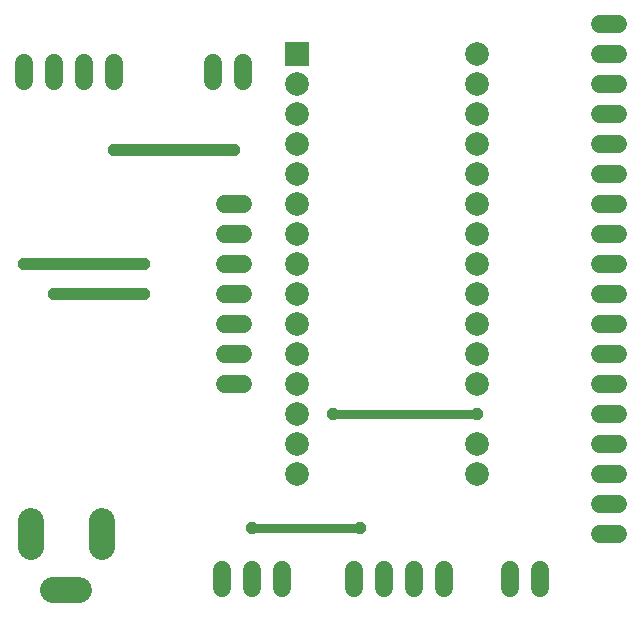
<source format=gbr>
G04 EAGLE Gerber RS-274X export*
G75*
%MOMM*%
%FSLAX34Y34*%
%LPD*%
%INTop Copper*%
%IPPOS*%
%AMOC8*
5,1,8,0,0,1.08239X$1,22.5*%
G01*
%ADD10R,2.000000X2.000000*%
%ADD11C,2.000000*%
%ADD12C,2.184400*%
%ADD13C,1.524000*%
%ADD14P,1.082390X8X22.500000*%
%ADD15C,0.800000*%
%ADD16C,1.000000*%


D10*
X254000Y477520D03*
D11*
X254000Y452120D03*
X254000Y426720D03*
X254000Y401320D03*
X254000Y375920D03*
X254000Y350520D03*
X254000Y325120D03*
X254000Y299720D03*
X254000Y274320D03*
X254000Y248920D03*
X254000Y223520D03*
X254000Y198120D03*
X254000Y172720D03*
X254000Y147320D03*
X254000Y121920D03*
X406400Y121920D03*
X406400Y147320D03*
X406400Y198120D03*
X406400Y223520D03*
X406400Y248920D03*
X406400Y274320D03*
X406400Y299720D03*
X406400Y325120D03*
X406400Y350520D03*
X406400Y375920D03*
X406400Y401320D03*
X406400Y426720D03*
X406400Y452120D03*
X406400Y477520D03*
D12*
X69342Y23120D02*
X47498Y23120D01*
X28420Y60198D02*
X28420Y82042D01*
X88420Y82042D02*
X88420Y60198D01*
D13*
X208280Y454660D02*
X208280Y469900D01*
X182880Y469900D02*
X182880Y454660D01*
X434340Y40640D02*
X434340Y25400D01*
X459740Y25400D02*
X459740Y40640D01*
X510540Y452120D02*
X525780Y452120D01*
X525780Y477520D02*
X510540Y477520D01*
X510540Y502920D02*
X525780Y502920D01*
X190500Y40640D02*
X190500Y25400D01*
X215900Y25400D02*
X215900Y40640D01*
X241300Y40640D02*
X241300Y25400D01*
X99060Y454660D02*
X99060Y469900D01*
X73660Y469900D02*
X73660Y454660D01*
X48260Y454660D02*
X48260Y469900D01*
X22860Y469900D02*
X22860Y454660D01*
X510540Y223520D02*
X525780Y223520D01*
X525780Y248920D02*
X510540Y248920D01*
X510540Y274320D02*
X525780Y274320D01*
X525780Y299720D02*
X510540Y299720D01*
X510540Y325120D02*
X525780Y325120D01*
X525780Y350520D02*
X510540Y350520D01*
X510540Y375920D02*
X525780Y375920D01*
X525780Y401320D02*
X510540Y401320D01*
X510540Y426720D02*
X525780Y426720D01*
X208280Y350520D02*
X193040Y350520D01*
X193040Y325120D02*
X208280Y325120D01*
X208280Y299720D02*
X193040Y299720D01*
X193040Y274320D02*
X208280Y274320D01*
X208280Y248920D02*
X193040Y248920D01*
X193040Y223520D02*
X208280Y223520D01*
X208280Y198120D02*
X193040Y198120D01*
X510540Y71120D02*
X525780Y71120D01*
X525780Y96520D02*
X510540Y96520D01*
X510540Y121920D02*
X525780Y121920D01*
X525780Y147320D02*
X510540Y147320D01*
X510540Y172720D02*
X525780Y172720D01*
X525780Y198120D02*
X510540Y198120D01*
X302260Y40640D02*
X302260Y25400D01*
X327660Y25400D02*
X327660Y40640D01*
X353060Y40640D02*
X353060Y25400D01*
X378460Y25400D02*
X378460Y40640D01*
D14*
X200660Y396240D03*
X406400Y172720D03*
X284480Y172720D03*
D15*
X406400Y172720D01*
D14*
X99060Y396240D03*
D16*
X200660Y396240D01*
D14*
X124460Y299720D03*
D16*
X22860Y299720D01*
D14*
X22860Y299720D03*
X215900Y76200D03*
D15*
X307340Y76200D01*
D14*
X307340Y76200D03*
X48260Y274320D03*
D16*
X124460Y274320D01*
D14*
X124460Y274320D03*
M02*

</source>
